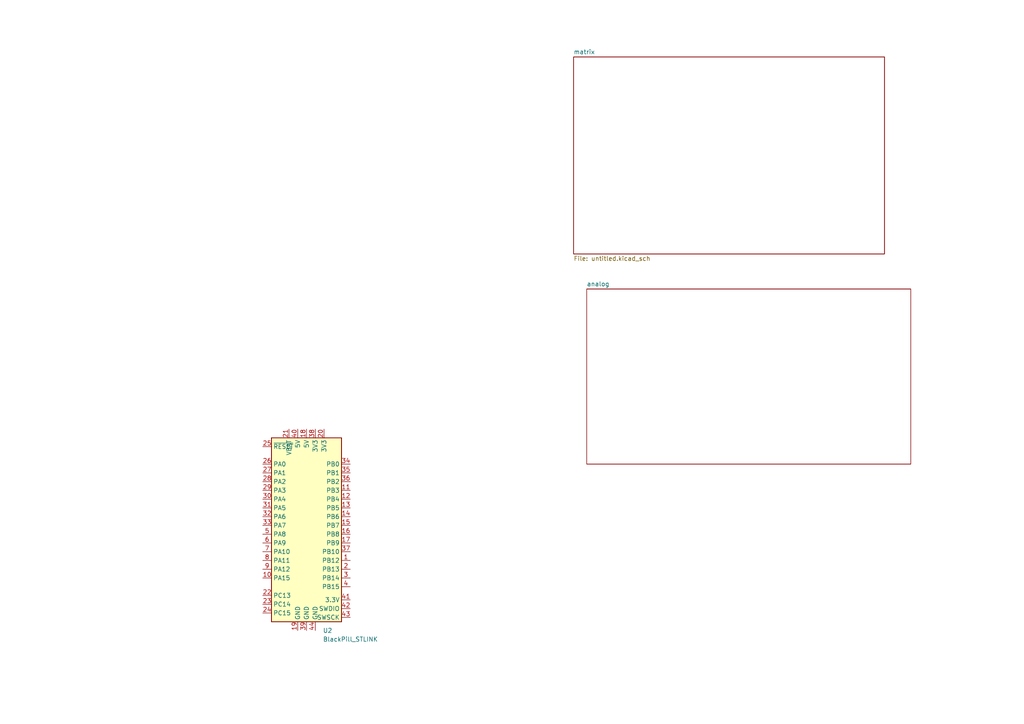
<source format=kicad_sch>
(kicad_sch (version 20231120) (generator "eeschema") (generator_version "8.0")
  (paper "A4")
  (lib_symbols
    (symbol "blackpill_stlink:BlackPill_STLINK"
      (property "Reference" "U6" (at 4.5594 -27.5495 0))
      (property "Value" "BlackPill_STLINK" (at 4.5594 -30.3246 0))
      (symbol "BlackPill_STLINK_0_1"
        (rectangle (start -10.16 27.94) (end 10.16 -25.4) (stroke (width 0.254)) (fill (type background)))
      )
      (symbol "BlackPill_STLINK_1_1"
        (pin bidirectional line (at 12.7 -7.62 180) (length 2.54) (name "PB12") (number "1"))
        (pin bidirectional line (at -12.7 -12.7 0) (length 2.54) (name "PA15") (number "10"))
        (pin bidirectional line (at 12.7 12.7 180) (length 2.54) (name "PB3") (number "11"))
        (pin bidirectional line (at 12.7 10.16 180) (length 2.54) (name "PB4") (number "12"))
        (pin bidirectional line (at 12.7 7.62 180) (length 2.54) (name "PB5") (number "13"))
        (pin bidirectional line (at 12.7 5.08 180) (length 2.54) (name "PB6") (number "14"))
        (pin bidirectional line (at 12.7 2.54 180) (length 2.54) (name "PB7") (number "15"))
        (pin bidirectional line (at 12.7 0 180) (length 2.54) (name "PB8") (number "16"))
        (pin bidirectional line (at 12.7 -2.54 180) (length 2.54) (name "PB9") (number "17"))
        (pin power_in line (at 0 30.48 270) (length 2.54) (name "5V") (number "18"))
        (pin power_in line (at -2.54 -27.94 90) (length 2.54) (name "GND") (number "19"))
        (pin bidirectional line (at 12.7 -10.16 180) (length 2.54) (name "PB13") (number "2"))
        (pin power_out line (at 5.08 30.48 270) (length 2.54) (name "3V3") (number "20"))
        (pin power_in line (at -5.08 30.48 270) (length 2.54) (name "VBAT") (number "21"))
        (pin bidirectional line (at -12.7 -17.78 0) (length 2.54) (name "PC13") (number "22"))
        (pin bidirectional line (at -12.7 -20.32 0) (length 2.54) (name "PC14") (number "23"))
        (pin bidirectional line (at -12.7 -22.86 0) (length 2.54) (name "PC15") (number "24"))
        (pin input line (at -12.7 25.4 0) (length 2.54) (name "~{RESET}") (number "25"))
        (pin bidirectional line (at -12.7 20.32 0) (length 2.54) (name "PA0") (number "26"))
        (pin bidirectional line (at -12.7 17.78 0) (length 2.54) (name "PA1") (number "27"))
        (pin bidirectional line (at -12.7 15.24 0) (length 2.54) (name "PA2") (number "28"))
        (pin bidirectional line (at -12.7 12.7 0) (length 2.54) (name "PA3") (number "29"))
        (pin bidirectional line (at 12.7 -12.7 180) (length 2.54) (name "PB14") (number "3"))
        (pin bidirectional line (at -12.7 10.16 0) (length 2.54) (name "PA4") (number "30"))
        (pin bidirectional line (at -12.7 7.62 0) (length 2.54) (name "PA5") (number "31"))
        (pin bidirectional line (at -12.7 5.08 0) (length 2.54) (name "PA6") (number "32"))
        (pin bidirectional line (at -12.7 2.54 0) (length 2.54) (name "PA7") (number "33"))
        (pin bidirectional line (at 12.7 20.32 180) (length 2.54) (name "PB0") (number "34"))
        (pin bidirectional line (at 12.7 17.78 180) (length 2.54) (name "PB1") (number "35"))
        (pin bidirectional line (at 12.7 15.24 180) (length 2.54) (name "PB2") (number "36"))
        (pin bidirectional line (at 12.7 -5.08 180) (length 2.54) (name "PB10") (number "37"))
        (pin power_out line (at 2.54 30.48 270) (length 2.54) (name "3V3") (number "38"))
        (pin power_in line (at 0 -27.94 90) (length 2.54) (name "GND") (number "39"))
        (pin bidirectional line (at 12.7 -15.24 180) (length 2.54) (name "PB15") (number "4"))
        (pin passive line (at -2.54 30.48 270) (length 2.54) (name "5V") (number "40"))
        (pin power_out line (at 12.7 -19.05 180) (length 2.54) (name "3.3V") (number "41"))
        (pin bidirectional line (at 12.7 -21.59 180) (length 2.54) (name "SWDIO") (number "42"))
        (pin bidirectional line (at 12.7 -24.13 180) (length 2.54) (name "SWSCK") (number "43"))
        (pin power_in line (at 2.54 -27.94 90) (length 2.54) (name "GND") (number "44"))
        (pin bidirectional line (at -12.7 0 0) (length 2.54) (name "PA8") (number "5"))
        (pin bidirectional line (at -12.7 -2.54 0) (length 2.54) (name "PA9") (number "6"))
        (pin bidirectional line (at -12.7 -5.08 0) (length 2.54) (name "PA10") (number "7"))
        (pin bidirectional line (at -12.7 -7.62 0) (length 2.54) (name "PA11") (number "8"))
        (pin bidirectional line (at -12.7 -10.16 0) (length 2.54) (name "PA12") (number "9"))
      )
    )
  )
  (symbol (lib_id "blackpill_stlink:BlackPill_STLINK") (at 88.9 154.94 0) (unit 1)
    (property "Reference" "U2" (at 93.6341 182.88 0) (effects (justify left)))
    (property "Value" "BlackPill_STLINK" (at 93.6341 185.42 0) (effects (justify left)))
    (property "Footprint" "footprints:BlackPill_STLINK" (effects (hide yes)))
    (property "Description" "STM32F4-based \"Black Pill\" micro-controller development board" (effects (hide yes)))
  )
  (sheet (at 170.18 83.82) (size 93.98 50.8) (stroke (width 0.1524))
    (property "Sheetname" "analog" (at 170.18 83.1084 0) (effects (justify left bottom)))
    (property "Sheetfile" "analog.kicad_sch" (effects (hide yes)))
  )
  (sheet (at 166.37 16.51) (size 90.17 57.15) (stroke (width 0.1524))
    (property "Sheetname" "matrix" (at 166.37 15.7984 0) (effects (justify left bottom)))
    (property "Sheetfile" "untitled.kicad_sch" (at 166.37 74.2446 0) (effects (justify left top)))
  )
)
</source>
